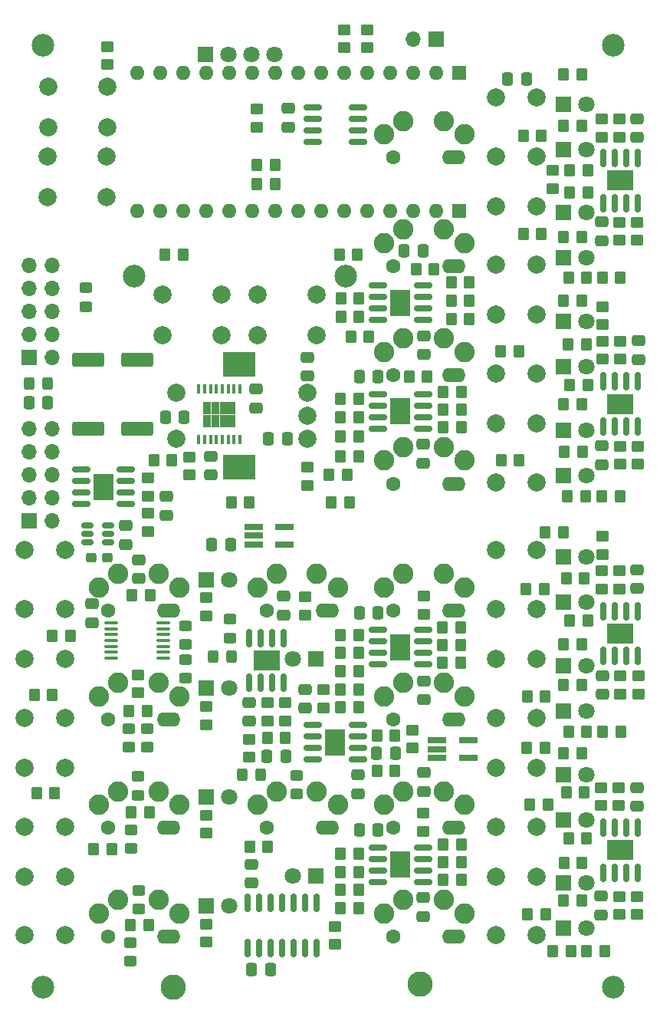
<source format=gbr>
%TF.GenerationSoftware,KiCad,Pcbnew,(6.0.1)*%
%TF.CreationDate,2022-03-20T11:31:47-07:00*%
%TF.ProjectId,main_board,6d61696e-5f62-46f6-9172-642e6b696361,2.0*%
%TF.SameCoordinates,Original*%
%TF.FileFunction,Soldermask,Bot*%
%TF.FilePolarity,Negative*%
%FSLAX46Y46*%
G04 Gerber Fmt 4.6, Leading zero omitted, Abs format (unit mm)*
G04 Created by KiCad (PCBNEW (6.0.1)) date 2022-03-20 11:31:47*
%MOMM*%
%LPD*%
G01*
G04 APERTURE LIST*
G04 Aperture macros list*
%AMRoundRect*
0 Rectangle with rounded corners*
0 $1 Rounding radius*
0 $2 $3 $4 $5 $6 $7 $8 $9 X,Y pos of 4 corners*
0 Add a 4 corners polygon primitive as box body*
4,1,4,$2,$3,$4,$5,$6,$7,$8,$9,$2,$3,0*
0 Add four circle primitives for the rounded corners*
1,1,$1+$1,$2,$3*
1,1,$1+$1,$4,$5*
1,1,$1+$1,$6,$7*
1,1,$1+$1,$8,$9*
0 Add four rect primitives between the rounded corners*
20,1,$1+$1,$2,$3,$4,$5,0*
20,1,$1+$1,$4,$5,$6,$7,0*
20,1,$1+$1,$6,$7,$8,$9,0*
20,1,$1+$1,$8,$9,$2,$3,0*%
G04 Aperture macros list end*
%ADD10R,1.700000X1.700000*%
%ADD11O,1.700000X1.700000*%
%ADD12RoundRect,0.250000X-0.450000X0.350000X-0.450000X-0.350000X0.450000X-0.350000X0.450000X0.350000X0*%
%ADD13RoundRect,0.250000X0.450000X-0.350000X0.450000X0.350000X-0.450000X0.350000X-0.450000X-0.350000X0*%
%ADD14RoundRect,0.250000X0.337500X0.475000X-0.337500X0.475000X-0.337500X-0.475000X0.337500X-0.475000X0*%
%ADD15R,1.800000X1.800000*%
%ADD16C,1.800000*%
%ADD17C,2.000000*%
%ADD18C,2.250000*%
%ADD19O,2.600000X1.600000*%
%ADD20C,1.600000*%
%ADD21C,2.500000*%
%ADD22R,3.600000X2.800000*%
%ADD23RoundRect,0.250000X-0.350000X-0.450000X0.350000X-0.450000X0.350000X0.450000X-0.350000X0.450000X0*%
%ADD24RoundRect,0.250000X0.350000X0.450000X-0.350000X0.450000X-0.350000X-0.450000X0.350000X-0.450000X0*%
%ADD25RoundRect,0.250000X0.475000X-0.337500X0.475000X0.337500X-0.475000X0.337500X-0.475000X-0.337500X0*%
%ADD26RoundRect,0.250000X0.450000X-0.325000X0.450000X0.325000X-0.450000X0.325000X-0.450000X-0.325000X0*%
%ADD27RoundRect,0.150000X-0.825000X-0.150000X0.825000X-0.150000X0.825000X0.150000X-0.825000X0.150000X0*%
%ADD28R,2.290000X3.000000*%
%ADD29RoundRect,0.150000X0.825000X0.150000X-0.825000X0.150000X-0.825000X-0.150000X0.825000X-0.150000X0*%
%ADD30RoundRect,0.250000X-0.475000X0.337500X-0.475000X-0.337500X0.475000X-0.337500X0.475000X0.337500X0*%
%ADD31R,2.000000X0.650000*%
%ADD32RoundRect,0.250000X0.325000X0.450000X-0.325000X0.450000X-0.325000X-0.450000X0.325000X-0.450000X0*%
%ADD33RoundRect,0.250000X-0.450000X0.325000X-0.450000X-0.325000X0.450000X-0.325000X0.450000X0.325000X0*%
%ADD34RoundRect,0.150000X-0.150000X0.825000X-0.150000X-0.825000X0.150000X-0.825000X0.150000X0.825000X0*%
%ADD35R,3.000000X2.290000*%
%ADD36RoundRect,0.250000X-0.337500X-0.475000X0.337500X-0.475000X0.337500X0.475000X-0.337500X0.475000X0*%
%ADD37RoundRect,0.250000X1.500000X0.550000X-1.500000X0.550000X-1.500000X-0.550000X1.500000X-0.550000X0*%
%ADD38R,0.450000X1.050000*%
%ADD39R,0.895000X1.470000*%
%ADD40R,1.600000X1.600000*%
%ADD41O,1.600000X1.600000*%
%ADD42RoundRect,0.150000X0.150000X-0.825000X0.150000X0.825000X-0.150000X0.825000X-0.150000X-0.825000X0*%
%ADD43RoundRect,0.100000X0.637500X0.100000X-0.637500X0.100000X-0.637500X-0.100000X0.637500X-0.100000X0*%
%ADD44RoundRect,0.250000X-0.325000X-0.450000X0.325000X-0.450000X0.325000X0.450000X-0.325000X0.450000X0*%
%ADD45C,2.800000*%
%ADD46RoundRect,0.150000X-0.512500X-0.150000X0.512500X-0.150000X0.512500X0.150000X-0.512500X0.150000X0*%
%ADD47RoundRect,0.250000X-1.500000X-0.550000X1.500000X-0.550000X1.500000X0.550000X-1.500000X0.550000X0*%
%ADD48RoundRect,0.250000X0.312500X0.275000X-0.312500X0.275000X-0.312500X-0.275000X0.312500X-0.275000X0*%
G04 APERTURE END LIST*
D10*
X97475000Y-52300000D03*
D11*
X94935000Y-52300000D03*
D12*
X89850000Y-51275000D03*
X89850000Y-53275000D03*
X87275000Y-51300000D03*
X87275000Y-53300000D03*
D13*
X77650000Y-62075000D03*
X77650000Y-60075000D03*
D12*
X61100000Y-53150000D03*
X61100000Y-55150000D03*
D14*
X69612500Y-94075000D03*
X67537500Y-94075000D03*
D15*
X111500000Y-88520000D03*
D16*
X114040000Y-88520000D03*
D15*
X111500000Y-138500000D03*
D16*
X114040000Y-138500000D03*
D15*
X111500000Y-121500000D03*
D16*
X114040000Y-121500000D03*
D17*
X104000000Y-139250000D03*
X104000000Y-132750000D03*
X108500000Y-139250000D03*
X108500000Y-132750000D03*
D15*
X84140000Y-120700000D03*
D16*
X81600000Y-120700000D03*
D17*
X104000000Y-151250000D03*
X104000000Y-144750000D03*
X108500000Y-144750000D03*
X108500000Y-151250000D03*
D18*
X91670000Y-148850000D03*
X100570000Y-148850000D03*
X93820000Y-147350000D03*
X98270000Y-147350000D03*
D19*
X99410000Y-151400000D03*
D20*
X92730000Y-151400000D03*
D17*
X104000000Y-58750000D03*
X104000000Y-65250000D03*
X108500000Y-65250000D03*
X108500000Y-58750000D03*
D15*
X111500000Y-100500000D03*
D16*
X114040000Y-100500000D03*
D15*
X111500000Y-59500000D03*
D16*
X114040000Y-59500000D03*
D17*
X104000000Y-127250000D03*
X104000000Y-120750000D03*
X108500000Y-127250000D03*
X108500000Y-120750000D03*
D15*
X111500000Y-145500000D03*
D16*
X114040000Y-145500000D03*
D17*
X61100000Y-62100000D03*
X54600000Y-62100000D03*
X54600000Y-57600000D03*
X61100000Y-57600000D03*
D21*
X117000000Y-53000000D03*
D15*
X111500000Y-71500000D03*
D16*
X114040000Y-71500000D03*
D18*
X91670000Y-62850000D03*
X100570000Y-62850000D03*
X93820000Y-61350000D03*
X98270000Y-61350000D03*
D19*
X99410000Y-65400000D03*
D20*
X92730000Y-65400000D03*
D17*
X104000000Y-82750000D03*
X104000000Y-89250000D03*
X108500000Y-82750000D03*
X108500000Y-89250000D03*
D18*
X77670000Y-112850000D03*
X86570000Y-112850000D03*
X79820000Y-111350000D03*
X84270000Y-111350000D03*
D19*
X85410000Y-115400000D03*
D20*
X78730000Y-115400000D03*
D17*
X61050000Y-69800000D03*
X54550000Y-69800000D03*
X54550000Y-65300000D03*
X61050000Y-65300000D03*
X52000000Y-144750000D03*
X52000000Y-151250000D03*
X56500000Y-144750000D03*
X56500000Y-151250000D03*
X68700000Y-96400000D03*
X68700000Y-91400000D03*
D22*
X75700000Y-99600000D03*
X75700000Y-88200000D03*
D17*
X83200000Y-96400000D03*
X83200000Y-91400000D03*
X83200000Y-93900000D03*
D15*
X72000000Y-112000000D03*
D16*
X74540000Y-112000000D03*
D17*
X104000000Y-108750000D03*
X104000000Y-115250000D03*
X108500000Y-108750000D03*
X108500000Y-115250000D03*
X52000000Y-108750000D03*
X52000000Y-115250000D03*
X56500000Y-115250000D03*
X56500000Y-108750000D03*
D15*
X111500000Y-64500000D03*
D16*
X114040000Y-64500000D03*
D18*
X77670000Y-136850000D03*
X86570000Y-136850000D03*
X79820000Y-135350000D03*
X84270000Y-135350000D03*
D19*
X85410000Y-139400000D03*
D20*
X78730000Y-139400000D03*
D17*
X52000000Y-132750000D03*
X52000000Y-139250000D03*
X56500000Y-139250000D03*
X56500000Y-132750000D03*
D21*
X54000000Y-53000000D03*
X64050000Y-78500000D03*
D18*
X91670000Y-112850000D03*
X100570000Y-112850000D03*
X93820000Y-111350000D03*
X98270000Y-111350000D03*
D19*
X99410000Y-115400000D03*
D20*
X92730000Y-115400000D03*
D15*
X72000000Y-136000000D03*
D16*
X74540000Y-136000000D03*
D15*
X111500000Y-133500000D03*
D16*
X114040000Y-133500000D03*
D15*
X84140000Y-144700000D03*
D16*
X81600000Y-144700000D03*
D21*
X117000000Y-157000000D03*
D15*
X72000000Y-124000000D03*
D16*
X74540000Y-124000000D03*
D18*
X60170000Y-112850000D03*
X69070000Y-112850000D03*
X62320000Y-111350000D03*
X66770000Y-111350000D03*
D19*
X67910000Y-115400000D03*
D20*
X61230000Y-115400000D03*
D15*
X111500000Y-95500000D03*
D16*
X114040000Y-95500000D03*
D18*
X60170000Y-124850000D03*
X69070000Y-124850000D03*
X62320000Y-123350000D03*
X66770000Y-123350000D03*
D19*
X67910000Y-127400000D03*
D20*
X61230000Y-127400000D03*
D18*
X60170000Y-136850000D03*
X69070000Y-136850000D03*
X62320000Y-135350000D03*
X66770000Y-135350000D03*
D19*
X67910000Y-139400000D03*
D20*
X61230000Y-139400000D03*
D18*
X91670000Y-136850000D03*
X100570000Y-136850000D03*
X93820000Y-135350000D03*
X98270000Y-135350000D03*
D19*
X99410000Y-139400000D03*
D20*
X92730000Y-139400000D03*
D21*
X54000000Y-157000000D03*
D15*
X111500000Y-150500000D03*
D16*
X114040000Y-150500000D03*
D15*
X111500000Y-126500000D03*
D16*
X114040000Y-126500000D03*
D17*
X104000000Y-94750000D03*
X104000000Y-101250000D03*
X108500000Y-94750000D03*
X108500000Y-101250000D03*
D21*
X87450000Y-78500000D03*
D15*
X111500000Y-83500000D03*
D16*
X114040000Y-83500000D03*
D15*
X111500000Y-76450000D03*
D16*
X114040000Y-76450000D03*
D18*
X91670000Y-86850000D03*
X100570000Y-86850000D03*
X93820000Y-85350000D03*
X98270000Y-85350000D03*
D19*
X99410000Y-89400000D03*
D20*
X92730000Y-89400000D03*
D17*
X104000000Y-70750000D03*
X104000000Y-77250000D03*
X108500000Y-70750000D03*
X108500000Y-77250000D03*
D18*
X91670000Y-124850000D03*
X100570000Y-124850000D03*
X93820000Y-123350000D03*
X98270000Y-123350000D03*
D19*
X99410000Y-127400000D03*
D20*
X92730000Y-127400000D03*
D18*
X91670000Y-98850000D03*
X100570000Y-98850000D03*
X93820000Y-97350000D03*
X98270000Y-97350000D03*
D19*
X99410000Y-101400000D03*
D20*
X92730000Y-101400000D03*
D15*
X111500000Y-114500000D03*
D16*
X114040000Y-114500000D03*
D18*
X60170000Y-148850000D03*
X69070000Y-148850000D03*
X62320000Y-147350000D03*
X66770000Y-147350000D03*
D19*
X67910000Y-151400000D03*
D20*
X61230000Y-151400000D03*
D15*
X71940000Y-54000000D03*
D16*
X74480000Y-54000000D03*
X77020000Y-54000000D03*
X79560000Y-54000000D03*
D17*
X52000000Y-120750000D03*
X52000000Y-127250000D03*
X56500000Y-120750000D03*
X56500000Y-127250000D03*
D18*
X91670000Y-74850000D03*
X100570000Y-74850000D03*
X93820000Y-73350000D03*
X98270000Y-73350000D03*
D19*
X99410000Y-77400000D03*
D20*
X92730000Y-77400000D03*
D15*
X111500000Y-109500000D03*
D16*
X114040000Y-109500000D03*
D15*
X72000000Y-148000000D03*
D16*
X74540000Y-148000000D03*
D17*
X77700000Y-80500000D03*
X84200000Y-80500000D03*
X77700000Y-85000000D03*
X84200000Y-85000000D03*
X73700000Y-80500000D03*
X67200000Y-80500000D03*
X67200000Y-85000000D03*
X73700000Y-85000000D03*
D23*
X104550000Y-86800000D03*
X106550000Y-86800000D03*
D13*
X110300000Y-68800000D03*
X110300000Y-66800000D03*
D23*
X98200000Y-91250000D03*
X100200000Y-91250000D03*
D24*
X113550000Y-143250000D03*
X111550000Y-143250000D03*
X88850000Y-122100000D03*
X86850000Y-122100000D03*
D25*
X83200000Y-89537500D03*
X83200000Y-87462500D03*
X80600000Y-115875000D03*
X80600000Y-113800000D03*
D24*
X88900000Y-82950000D03*
X86900000Y-82950000D03*
D23*
X66250000Y-98850000D03*
X68250000Y-98850000D03*
D24*
X114200000Y-90550000D03*
X112200000Y-90550000D03*
D26*
X63750000Y-141675000D03*
X63750000Y-139625000D03*
D23*
X98150000Y-119200000D03*
X100150000Y-119200000D03*
D27*
X91025000Y-95305000D03*
X91025000Y-94035000D03*
X91025000Y-92765000D03*
X91025000Y-91495000D03*
X95975000Y-91495000D03*
X95975000Y-92765000D03*
X95975000Y-94035000D03*
X95975000Y-95305000D03*
D28*
X93500000Y-93400000D03*
D12*
X117750000Y-97250000D03*
X117750000Y-99250000D03*
D23*
X111950000Y-102800000D03*
X113950000Y-102800000D03*
D24*
X88850000Y-144250000D03*
X86850000Y-144250000D03*
D29*
X88775000Y-59895000D03*
X88775000Y-61165000D03*
X88775000Y-62435000D03*
X88775000Y-63705000D03*
X83825000Y-63705000D03*
X83825000Y-62435000D03*
X83825000Y-61165000D03*
X83825000Y-59895000D03*
D24*
X88850000Y-96150000D03*
X86850000Y-96150000D03*
D30*
X81100000Y-59975000D03*
X81100000Y-62050000D03*
D24*
X78850000Y-141450000D03*
X76850000Y-141450000D03*
D23*
X112200000Y-69250000D03*
X114200000Y-69250000D03*
D13*
X96050000Y-115800000D03*
X96050000Y-113800000D03*
D23*
X98200000Y-145150000D03*
X100200000Y-145150000D03*
X98200000Y-93200000D03*
X100200000Y-93200000D03*
D24*
X109450000Y-130550000D03*
X107450000Y-130550000D03*
D30*
X96000000Y-147112500D03*
X96000000Y-149187500D03*
D12*
X119650000Y-146950000D03*
X119650000Y-148950000D03*
D23*
X111500000Y-56200000D03*
X113500000Y-56200000D03*
D31*
X77290000Y-108100000D03*
X77290000Y-107150000D03*
X77290000Y-106200000D03*
X80710000Y-106200000D03*
X80710000Y-108100000D03*
D23*
X111800000Y-111850000D03*
X113800000Y-111850000D03*
D27*
X91025000Y-145355000D03*
X91025000Y-144085000D03*
X91025000Y-142815000D03*
X91025000Y-141545000D03*
X95975000Y-141545000D03*
X95975000Y-142815000D03*
X95975000Y-144085000D03*
X95975000Y-145355000D03*
D28*
X93500000Y-143450000D03*
D25*
X59450000Y-116737500D03*
X59450000Y-114662500D03*
D23*
X98150000Y-117250000D03*
X100150000Y-117250000D03*
D24*
X113500000Y-119100000D03*
X111500000Y-119100000D03*
D23*
X112000000Y-86050000D03*
X114000000Y-86050000D03*
D24*
X114200000Y-116500000D03*
X112200000Y-116500000D03*
D32*
X78075000Y-133550000D03*
X76025000Y-133550000D03*
D30*
X64550000Y-109812500D03*
X64550000Y-111887500D03*
D23*
X111500000Y-123600000D03*
X113500000Y-123600000D03*
D24*
X88850000Y-98400000D03*
X86850000Y-98400000D03*
D13*
X96000000Y-139800000D03*
X96000000Y-137800000D03*
D23*
X63750000Y-137700000D03*
X65750000Y-137700000D03*
X99100000Y-81200000D03*
X101100000Y-81200000D03*
D13*
X115700000Y-113000000D03*
X115700000Y-111000000D03*
D30*
X67650000Y-102812500D03*
X67650000Y-104887500D03*
D24*
X88850000Y-92050000D03*
X86850000Y-92050000D03*
D27*
X91025000Y-121355000D03*
X91025000Y-120085000D03*
X91025000Y-118815000D03*
X91025000Y-117545000D03*
X95975000Y-117545000D03*
X95975000Y-118815000D03*
X95975000Y-120085000D03*
X95975000Y-121355000D03*
D28*
X93500000Y-119450000D03*
D33*
X64550000Y-146275000D03*
X64550000Y-148325000D03*
D24*
X117800000Y-78700000D03*
X115800000Y-78700000D03*
D34*
X115895000Y-139375000D03*
X117165000Y-139375000D03*
X118435000Y-139375000D03*
X119705000Y-139375000D03*
X119705000Y-144325000D03*
X118435000Y-144325000D03*
X117165000Y-144325000D03*
X115895000Y-144325000D03*
D35*
X117800000Y-141850000D03*
D34*
X115895000Y-90125000D03*
X117165000Y-90125000D03*
X118435000Y-90125000D03*
X119705000Y-90125000D03*
X119705000Y-95075000D03*
X118435000Y-95075000D03*
X117165000Y-95075000D03*
X115895000Y-95075000D03*
D35*
X117800000Y-92600000D03*
D25*
X88800000Y-135637500D03*
X88800000Y-133562500D03*
D30*
X63150000Y-106012500D03*
X63150000Y-108087500D03*
D23*
X98200000Y-143200000D03*
X100200000Y-143200000D03*
D13*
X64500000Y-124500000D03*
X64500000Y-122500000D03*
D29*
X88775000Y-128045000D03*
X88775000Y-129315000D03*
X88775000Y-130585000D03*
X88775000Y-131855000D03*
X83825000Y-131855000D03*
X83825000Y-130585000D03*
X83825000Y-129315000D03*
X83825000Y-128045000D03*
D28*
X86300000Y-129950000D03*
D13*
X117650000Y-113000000D03*
X117650000Y-111000000D03*
D25*
X115800000Y-124650000D03*
X115800000Y-122575000D03*
D36*
X88962500Y-115650000D03*
X91037500Y-115650000D03*
D24*
X88850000Y-94050000D03*
X86850000Y-94050000D03*
D12*
X117650000Y-146950000D03*
X117650000Y-148950000D03*
D24*
X79650000Y-68300000D03*
X77650000Y-68300000D03*
D36*
X88962500Y-139650000D03*
X91037500Y-139650000D03*
D23*
X111500000Y-92600000D03*
X113500000Y-92600000D03*
D14*
X80987500Y-96400000D03*
X78912500Y-96400000D03*
D13*
X117650000Y-63150000D03*
X117650000Y-61150000D03*
D24*
X88900000Y-80950000D03*
X86900000Y-80950000D03*
D23*
X63850000Y-113700000D03*
X65850000Y-113700000D03*
D13*
X80750000Y-127600000D03*
X80750000Y-125600000D03*
D23*
X107350000Y-113000000D03*
X109350000Y-113000000D03*
D13*
X115850000Y-109200000D03*
X115850000Y-107200000D03*
D23*
X110300000Y-153000000D03*
X112300000Y-153000000D03*
D26*
X58750000Y-81850000D03*
X58750000Y-79800000D03*
D24*
X113800000Y-135500000D03*
X111800000Y-135500000D03*
D34*
X76640000Y-147675000D03*
X77910000Y-147675000D03*
X79180000Y-147675000D03*
X80450000Y-147675000D03*
X81720000Y-147675000D03*
X82990000Y-147675000D03*
X84260000Y-147675000D03*
X84260000Y-152625000D03*
X82990000Y-152625000D03*
X81720000Y-152625000D03*
X80450000Y-152625000D03*
X79180000Y-152625000D03*
X77910000Y-152625000D03*
X76640000Y-152625000D03*
D23*
X86850000Y-126100000D03*
X88850000Y-126100000D03*
D34*
X115895000Y-65475000D03*
X117165000Y-65475000D03*
X118435000Y-65475000D03*
X119705000Y-65475000D03*
X119705000Y-70425000D03*
X118435000Y-70425000D03*
X117165000Y-70425000D03*
X115895000Y-70425000D03*
D35*
X117800000Y-67950000D03*
D24*
X87850000Y-103450000D03*
X85850000Y-103450000D03*
D26*
X82050000Y-135625000D03*
X82050000Y-133575000D03*
D23*
X98200000Y-95150000D03*
X100200000Y-95150000D03*
D12*
X65600000Y-104650000D03*
X65600000Y-106650000D03*
D36*
X78762500Y-131500000D03*
X80837500Y-131500000D03*
D26*
X65550000Y-130475000D03*
X65550000Y-128425000D03*
D36*
X77062500Y-155000000D03*
X79137500Y-155000000D03*
D24*
X76800000Y-103450000D03*
X74800000Y-103450000D03*
X88850000Y-142250000D03*
X86850000Y-142250000D03*
X87600000Y-100450000D03*
X85600000Y-100450000D03*
D37*
X64400000Y-87700000D03*
X59000000Y-87700000D03*
D24*
X113500000Y-131150000D03*
X111500000Y-131150000D03*
D13*
X70200000Y-100450000D03*
X70200000Y-98450000D03*
D33*
X63650000Y-152075000D03*
X63650000Y-154125000D03*
D24*
X92900000Y-129200000D03*
X90900000Y-129200000D03*
D12*
X83200000Y-99600000D03*
X83200000Y-101600000D03*
D30*
X96050000Y-85062500D03*
X96050000Y-87137500D03*
D24*
X88850000Y-146250000D03*
X86850000Y-146250000D03*
D23*
X98150000Y-121150000D03*
X100150000Y-121150000D03*
D27*
X91025000Y-83355000D03*
X91025000Y-82085000D03*
X91025000Y-80815000D03*
X91025000Y-79545000D03*
X95975000Y-79545000D03*
X95975000Y-80815000D03*
X95975000Y-82085000D03*
X95975000Y-83355000D03*
D28*
X93500000Y-81450000D03*
D25*
X115750000Y-99287500D03*
X115750000Y-97212500D03*
D38*
X75775000Y-96525000D03*
X75125000Y-96525000D03*
X74475000Y-96525000D03*
X73825000Y-96525000D03*
X73175000Y-96525000D03*
X72525000Y-96525000D03*
X71875000Y-96525000D03*
X71225000Y-96525000D03*
X71225000Y-90975000D03*
X71875000Y-90975000D03*
X72525000Y-90975000D03*
X73175000Y-90975000D03*
X73825000Y-90975000D03*
X74475000Y-90975000D03*
X75125000Y-90975000D03*
X75775000Y-90975000D03*
D39*
X73947500Y-94485000D03*
X72157500Y-94485000D03*
X74842500Y-94485000D03*
X72157500Y-93015000D03*
X73052500Y-93015000D03*
X73052500Y-94485000D03*
X74842500Y-93015000D03*
X73947500Y-93015000D03*
D23*
X112050000Y-128800000D03*
X114050000Y-128800000D03*
D13*
X84950000Y-126150000D03*
X84950000Y-124150000D03*
D25*
X115700000Y-74587500D03*
X115700000Y-72512500D03*
D12*
X78800000Y-125600000D03*
X78800000Y-127600000D03*
D23*
X99100000Y-79200000D03*
X101100000Y-79200000D03*
D40*
X100000000Y-56060000D03*
D41*
X97460000Y-56060000D03*
X94920000Y-56060000D03*
X92380000Y-56060000D03*
X89840000Y-56060000D03*
X87300000Y-56060000D03*
X84760000Y-56060000D03*
X82220000Y-56060000D03*
X79680000Y-56060000D03*
X77140000Y-56060000D03*
X74600000Y-56060000D03*
X72060000Y-56060000D03*
X69520000Y-56060000D03*
X66980000Y-56060000D03*
X64440000Y-56060000D03*
D14*
X95987500Y-75700000D03*
X93912500Y-75700000D03*
D25*
X119600000Y-137037500D03*
X119600000Y-134962500D03*
D24*
X90000000Y-85150000D03*
X88000000Y-85150000D03*
D42*
X80605000Y-123375000D03*
X79335000Y-123375000D03*
X78065000Y-123375000D03*
X76795000Y-123375000D03*
X76795000Y-118425000D03*
X78065000Y-118425000D03*
X79335000Y-118425000D03*
X80605000Y-118425000D03*
D35*
X78700000Y-120900000D03*
D10*
X52500000Y-87500000D03*
D11*
X55040000Y-87500000D03*
X52500000Y-84960000D03*
X55040000Y-84960000D03*
X52500000Y-82420000D03*
X55040000Y-82420000D03*
X52500000Y-79880000D03*
X55040000Y-79880000D03*
X52500000Y-77340000D03*
X55040000Y-77340000D03*
D13*
X115850000Y-83850000D03*
X115850000Y-81850000D03*
D12*
X119700000Y-97250000D03*
X119700000Y-99250000D03*
D13*
X72000000Y-128000000D03*
X72000000Y-126000000D03*
D12*
X117800000Y-122600000D03*
X117800000Y-124600000D03*
D36*
X88962500Y-89600000D03*
X91037500Y-89600000D03*
D30*
X96050000Y-123162500D03*
X96050000Y-125237500D03*
D24*
X80800000Y-129500000D03*
X78800000Y-129500000D03*
X113500000Y-61900000D03*
X111500000Y-61900000D03*
D40*
X100000000Y-71300000D03*
D41*
X97460000Y-71300000D03*
X94920000Y-71300000D03*
X92380000Y-71300000D03*
X89840000Y-71300000D03*
X87300000Y-71300000D03*
X84760000Y-71300000D03*
X82220000Y-71300000D03*
X79680000Y-71300000D03*
X77140000Y-71300000D03*
X74600000Y-71300000D03*
X72060000Y-71300000D03*
X69520000Y-71300000D03*
X66980000Y-71300000D03*
X64440000Y-71300000D03*
D26*
X69750000Y-119125000D03*
X69750000Y-117075000D03*
D30*
X96050000Y-133312500D03*
X96050000Y-135387500D03*
D25*
X76800000Y-127637500D03*
X76800000Y-125562500D03*
D24*
X88850000Y-148250000D03*
X86850000Y-148250000D03*
D12*
X119600000Y-72550000D03*
X119600000Y-74550000D03*
D24*
X57050000Y-118200000D03*
X55050000Y-118200000D03*
D25*
X82950000Y-126187500D03*
X82950000Y-124112500D03*
D12*
X119750000Y-122600000D03*
X119750000Y-124600000D03*
D24*
X113600000Y-97850000D03*
X111600000Y-97850000D03*
D43*
X67262500Y-116750000D03*
X67262500Y-117400000D03*
X67262500Y-118050000D03*
X67262500Y-118700000D03*
X67262500Y-119350000D03*
X67262500Y-120000000D03*
X67262500Y-120650000D03*
X61537500Y-120650000D03*
X61537500Y-120000000D03*
X61537500Y-119350000D03*
X61537500Y-118700000D03*
X61537500Y-118050000D03*
X61537500Y-117400000D03*
X61537500Y-116750000D03*
D13*
X65600000Y-102800000D03*
X65600000Y-100800000D03*
D33*
X63450000Y-128425000D03*
X63450000Y-130475000D03*
D23*
X112050000Y-78700000D03*
X114050000Y-78700000D03*
D25*
X77000000Y-145487500D03*
X77000000Y-143412500D03*
D23*
X111500000Y-147450000D03*
X113500000Y-147450000D03*
D24*
X117850000Y-128800000D03*
X115850000Y-128800000D03*
X69500000Y-76100000D03*
X67500000Y-76100000D03*
D10*
X52500000Y-105500000D03*
D11*
X55040000Y-105500000D03*
X52500000Y-102960000D03*
X55040000Y-102960000D03*
X52500000Y-100420000D03*
X55040000Y-100420000D03*
X52500000Y-97880000D03*
X55040000Y-97880000D03*
X52500000Y-95340000D03*
X55040000Y-95340000D03*
D25*
X115650000Y-148987500D03*
X115650000Y-146912500D03*
D24*
X96450000Y-89550000D03*
X94450000Y-89550000D03*
D36*
X105312500Y-56700000D03*
X107387500Y-56700000D03*
D14*
X74737500Y-108100000D03*
X72662500Y-108100000D03*
D30*
X96000000Y-97062500D03*
X96000000Y-99137500D03*
D24*
X88750000Y-76100000D03*
X86750000Y-76100000D03*
D26*
X74700000Y-118425000D03*
X74700000Y-116375000D03*
D24*
X114200000Y-66800000D03*
X112200000Y-66800000D03*
D23*
X90900000Y-133100000D03*
X92900000Y-133100000D03*
D44*
X72775000Y-120450000D03*
X74825000Y-120450000D03*
D13*
X72000000Y-140000000D03*
X72000000Y-138000000D03*
D24*
X101100000Y-83200000D03*
X99100000Y-83200000D03*
D13*
X94800000Y-130600000D03*
X94800000Y-128600000D03*
D44*
X52475000Y-90350000D03*
X54525000Y-90350000D03*
D24*
X117750000Y-102800000D03*
X115750000Y-102800000D03*
X88850000Y-120100000D03*
X86850000Y-120100000D03*
D13*
X86250000Y-152250000D03*
X86250000Y-150250000D03*
D34*
X115895000Y-115475000D03*
X117165000Y-115475000D03*
X118435000Y-115475000D03*
X119705000Y-115475000D03*
X119705000Y-120425000D03*
X118435000Y-120425000D03*
X117165000Y-120425000D03*
X115895000Y-120425000D03*
D35*
X117800000Y-117950000D03*
D24*
X97200000Y-77700000D03*
X95200000Y-77700000D03*
D26*
X69750000Y-122875000D03*
X69750000Y-120825000D03*
D30*
X77500000Y-90962500D03*
X77500000Y-93037500D03*
D23*
X112050000Y-140550000D03*
X114050000Y-140550000D03*
D27*
X58225000Y-103655000D03*
X58225000Y-102385000D03*
X58225000Y-101115000D03*
X58225000Y-99845000D03*
X63175000Y-99845000D03*
X63175000Y-101115000D03*
X63175000Y-102385000D03*
X63175000Y-103655000D03*
D28*
X60700000Y-101750000D03*
D23*
X63500000Y-126500000D03*
X65500000Y-126500000D03*
D24*
X88850000Y-118100000D03*
X86850000Y-118100000D03*
X113500000Y-74200000D03*
X111500000Y-74200000D03*
D23*
X77650000Y-66250000D03*
X79650000Y-66250000D03*
X63650000Y-150150000D03*
X65650000Y-150150000D03*
D24*
X88850000Y-124100000D03*
X86850000Y-124100000D03*
D25*
X119750000Y-87687500D03*
X119750000Y-85612500D03*
D23*
X107550000Y-148900000D03*
X109550000Y-148900000D03*
X107500000Y-124850000D03*
X109500000Y-124850000D03*
D13*
X72000000Y-116000000D03*
X72000000Y-114000000D03*
X117800000Y-87650000D03*
X117800000Y-85650000D03*
D23*
X107050000Y-63000000D03*
X109050000Y-63000000D03*
D45*
X68400000Y-156950000D03*
D25*
X119650000Y-112987500D03*
X119650000Y-110912500D03*
D46*
X58912500Y-107900000D03*
X58912500Y-106950000D03*
X58912500Y-106000000D03*
X61187500Y-106000000D03*
X61187500Y-106950000D03*
X61187500Y-107900000D03*
D24*
X111500000Y-106800000D03*
X109500000Y-106800000D03*
D13*
X83000000Y-115900000D03*
X83000000Y-113900000D03*
D36*
X52462500Y-92450000D03*
X54537500Y-92450000D03*
D24*
X116050000Y-153000000D03*
X114050000Y-153000000D03*
D23*
X104600000Y-98850000D03*
X106600000Y-98850000D03*
D13*
X115850000Y-87650000D03*
X115850000Y-85650000D03*
X115650000Y-136950000D03*
X115650000Y-134950000D03*
D23*
X111500000Y-81200000D03*
X113500000Y-81200000D03*
D13*
X115700000Y-63150000D03*
X115700000Y-61150000D03*
D25*
X119650000Y-63187500D03*
X119650000Y-61112500D03*
D24*
X55300000Y-135600000D03*
X53300000Y-135600000D03*
D13*
X72000000Y-152000000D03*
X72000000Y-150000000D03*
D23*
X98200000Y-141250000D03*
X100200000Y-141250000D03*
D24*
X55050000Y-124700000D03*
X53050000Y-124700000D03*
D23*
X107800000Y-136800000D03*
X109800000Y-136800000D03*
D36*
X90862500Y-131150000D03*
X92937500Y-131150000D03*
D30*
X72550000Y-98362500D03*
X72550000Y-100437500D03*
D23*
X107050000Y-73850000D03*
X109050000Y-73850000D03*
D26*
X64500000Y-135775000D03*
X64500000Y-133725000D03*
D13*
X117600000Y-136950000D03*
X117600000Y-134950000D03*
D31*
X97540000Y-131650000D03*
X97540000Y-130700000D03*
X97540000Y-129750000D03*
X100960000Y-129750000D03*
X100960000Y-131650000D03*
D23*
X59600000Y-141700000D03*
X61600000Y-141700000D03*
D13*
X76750000Y-131600000D03*
X76750000Y-129600000D03*
D47*
X59000000Y-95350000D03*
X64400000Y-95350000D03*
D12*
X117650000Y-72550000D03*
X117650000Y-74550000D03*
D48*
X61087500Y-109550000D03*
X59312500Y-109550000D03*
D45*
X95700000Y-156600000D03*
M02*

</source>
